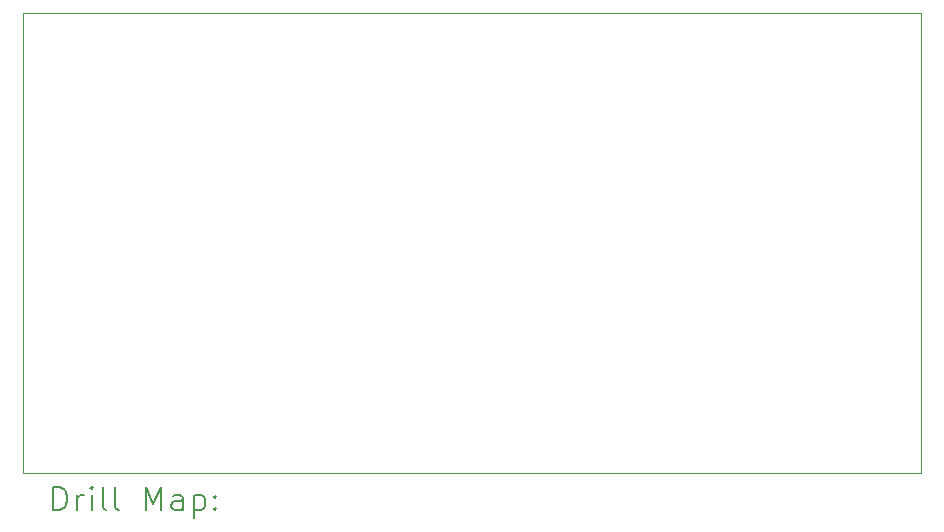
<source format=gbr>
%TF.GenerationSoftware,KiCad,Pcbnew,8.0.1*%
%TF.CreationDate,2024-04-17T20:24:41+03:00*%
%TF.ProjectId,Daughterboard,44617567-6874-4657-9262-6f6172642e6b,rev?*%
%TF.SameCoordinates,Original*%
%TF.FileFunction,Drillmap*%
%TF.FilePolarity,Positive*%
%FSLAX45Y45*%
G04 Gerber Fmt 4.5, Leading zero omitted, Abs format (unit mm)*
G04 Created by KiCad (PCBNEW 8.0.1) date 2024-04-17 20:24:41*
%MOMM*%
%LPD*%
G01*
G04 APERTURE LIST*
%ADD10C,0.100000*%
%ADD11C,0.200000*%
G04 APERTURE END LIST*
D10*
X8870000Y-8890000D02*
X16470000Y-8890000D01*
X16470000Y-12780000D01*
X8870000Y-12780000D01*
X8870000Y-8890000D01*
D11*
X9125777Y-13096484D02*
X9125777Y-12896484D01*
X9125777Y-12896484D02*
X9173396Y-12896484D01*
X9173396Y-12896484D02*
X9201967Y-12906008D01*
X9201967Y-12906008D02*
X9221015Y-12925055D01*
X9221015Y-12925055D02*
X9230539Y-12944103D01*
X9230539Y-12944103D02*
X9240063Y-12982198D01*
X9240063Y-12982198D02*
X9240063Y-13010769D01*
X9240063Y-13010769D02*
X9230539Y-13048865D01*
X9230539Y-13048865D02*
X9221015Y-13067912D01*
X9221015Y-13067912D02*
X9201967Y-13086960D01*
X9201967Y-13086960D02*
X9173396Y-13096484D01*
X9173396Y-13096484D02*
X9125777Y-13096484D01*
X9325777Y-13096484D02*
X9325777Y-12963150D01*
X9325777Y-13001246D02*
X9335301Y-12982198D01*
X9335301Y-12982198D02*
X9344824Y-12972674D01*
X9344824Y-12972674D02*
X9363872Y-12963150D01*
X9363872Y-12963150D02*
X9382920Y-12963150D01*
X9449586Y-13096484D02*
X9449586Y-12963150D01*
X9449586Y-12896484D02*
X9440063Y-12906008D01*
X9440063Y-12906008D02*
X9449586Y-12915531D01*
X9449586Y-12915531D02*
X9459110Y-12906008D01*
X9459110Y-12906008D02*
X9449586Y-12896484D01*
X9449586Y-12896484D02*
X9449586Y-12915531D01*
X9573396Y-13096484D02*
X9554348Y-13086960D01*
X9554348Y-13086960D02*
X9544824Y-13067912D01*
X9544824Y-13067912D02*
X9544824Y-12896484D01*
X9678158Y-13096484D02*
X9659110Y-13086960D01*
X9659110Y-13086960D02*
X9649586Y-13067912D01*
X9649586Y-13067912D02*
X9649586Y-12896484D01*
X9906729Y-13096484D02*
X9906729Y-12896484D01*
X9906729Y-12896484D02*
X9973396Y-13039341D01*
X9973396Y-13039341D02*
X10040063Y-12896484D01*
X10040063Y-12896484D02*
X10040063Y-13096484D01*
X10221015Y-13096484D02*
X10221015Y-12991722D01*
X10221015Y-12991722D02*
X10211491Y-12972674D01*
X10211491Y-12972674D02*
X10192444Y-12963150D01*
X10192444Y-12963150D02*
X10154348Y-12963150D01*
X10154348Y-12963150D02*
X10135301Y-12972674D01*
X10221015Y-13086960D02*
X10201967Y-13096484D01*
X10201967Y-13096484D02*
X10154348Y-13096484D01*
X10154348Y-13096484D02*
X10135301Y-13086960D01*
X10135301Y-13086960D02*
X10125777Y-13067912D01*
X10125777Y-13067912D02*
X10125777Y-13048865D01*
X10125777Y-13048865D02*
X10135301Y-13029817D01*
X10135301Y-13029817D02*
X10154348Y-13020293D01*
X10154348Y-13020293D02*
X10201967Y-13020293D01*
X10201967Y-13020293D02*
X10221015Y-13010769D01*
X10316253Y-12963150D02*
X10316253Y-13163150D01*
X10316253Y-12972674D02*
X10335301Y-12963150D01*
X10335301Y-12963150D02*
X10373396Y-12963150D01*
X10373396Y-12963150D02*
X10392444Y-12972674D01*
X10392444Y-12972674D02*
X10401967Y-12982198D01*
X10401967Y-12982198D02*
X10411491Y-13001246D01*
X10411491Y-13001246D02*
X10411491Y-13058388D01*
X10411491Y-13058388D02*
X10401967Y-13077436D01*
X10401967Y-13077436D02*
X10392444Y-13086960D01*
X10392444Y-13086960D02*
X10373396Y-13096484D01*
X10373396Y-13096484D02*
X10335301Y-13096484D01*
X10335301Y-13096484D02*
X10316253Y-13086960D01*
X10497205Y-13077436D02*
X10506729Y-13086960D01*
X10506729Y-13086960D02*
X10497205Y-13096484D01*
X10497205Y-13096484D02*
X10487682Y-13086960D01*
X10487682Y-13086960D02*
X10497205Y-13077436D01*
X10497205Y-13077436D02*
X10497205Y-13096484D01*
X10497205Y-12972674D02*
X10506729Y-12982198D01*
X10506729Y-12982198D02*
X10497205Y-12991722D01*
X10497205Y-12991722D02*
X10487682Y-12982198D01*
X10487682Y-12982198D02*
X10497205Y-12972674D01*
X10497205Y-12972674D02*
X10497205Y-12991722D01*
M02*

</source>
